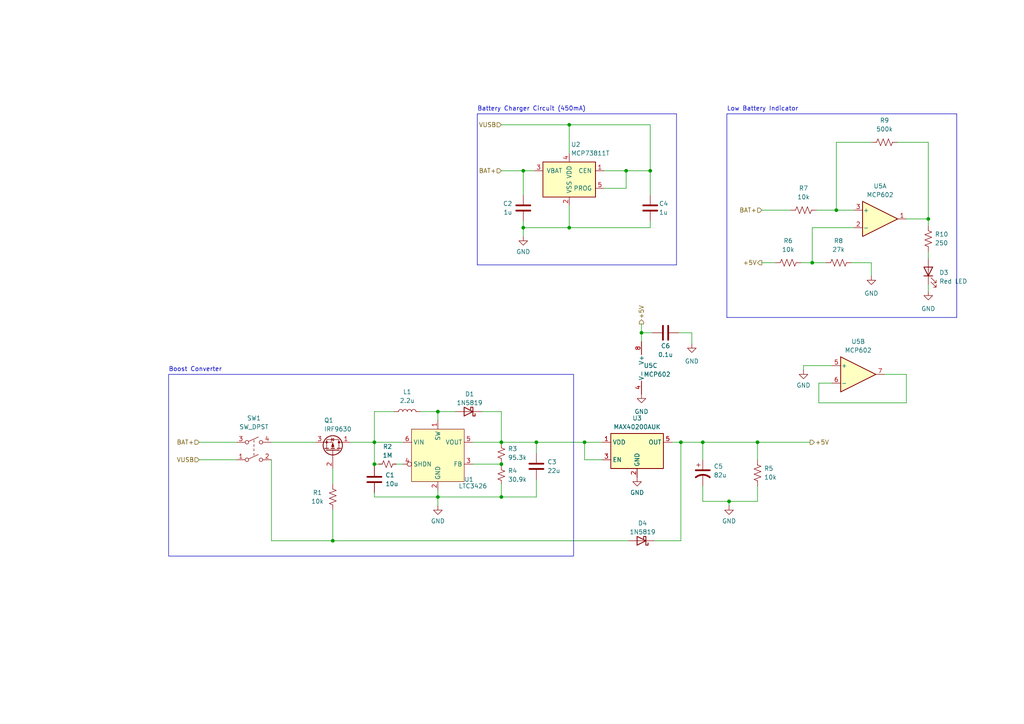
<source format=kicad_sch>
(kicad_sch (version 20230121) (generator eeschema)
  (paper "A4")
  (lib_symbols
    (symbol "Amplifier_Operational:MCP602" (pin_names (offset 0.127))
      (property "Reference" "U" (at 0 5.08 0))
      (property "Value" "MCP602" (at 0 -5.08 0))
      (symbol "MCP602_1_1"
        (polyline (pts (xy -5.08 5.08) (xy 5.08 0) (xy -5.08 -5.08) (xy -5.08 5.08)) (stroke (width 0.254)) (fill (type background)))
        (pin output line (at 7.62 0 180) (length 2.54) (name "~") (number "1"))
        (pin input line (at -7.62 -2.54 0) (length 2.54) (name "-") (number "2"))
        (pin input line (at -7.62 2.54 0) (length 2.54) (name "+") (number "3"))
      )
      (symbol "MCP602_2_1"
        (polyline (pts (xy -5.08 5.08) (xy 5.08 0) (xy -5.08 -5.08) (xy -5.08 5.08)) (stroke (width 0.254)) (fill (type background)))
        (pin input line (at -7.62 2.54 0) (length 2.54) (name "+") (number "5"))
        (pin input line (at -7.62 -2.54 0) (length 2.54) (name "-") (number "6"))
        (pin output line (at 7.62 0 180) (length 2.54) (name "~") (number "7"))
      )
      (symbol "MCP602_3_1"
        (pin power_in line (at -2.54 -7.62 90) (length 3.81) (name "V-") (number "4"))
        (pin power_in line (at -2.54 7.62 270) (length 3.81) (name "V+") (number "8"))
      )
    )
    (symbol "Analog_Switch:MAX40200AUK"
      (property "Reference" "U" (at -6.35 6.35 0))
      (property "Value" "MAX40200AUK" (at 7.62 6.35 0))
      (symbol "MAX40200AUK_1_1"
        (rectangle (start -7.62 -5.08) (end 7.62 5.08) (stroke (width 0.254)) (fill (type background)))
        (pin power_in line (at -10.16 2.54 0) (length 2.54) (name "VDD") (number "1"))
        (pin power_in line (at 0 -7.62 90) (length 2.54) (name "GND") (number "2"))
        (pin input line (at -10.16 -2.54 0) (length 2.54) (name "EN") (number "3"))
        (pin no_connect line (at 7.62 -2.54 180) (length 2.54) hide (name "NC") (number "4"))
        (pin passive line (at 10.16 2.54 180) (length 2.54) (name "OUT") (number "5"))
      )
    )
    (symbol "Battery_Management:MCP73811T-420I-OT" (pin_names (offset 1.016))
      (property "Reference" "U" (at -6.35 6.35 0))
      (property "Value" "MCP73811T-420I-OT" (at 1.27 6.35 0))
      (symbol "MCP73811T-420I-OT_0_1"
        (rectangle (start -7.62 5.08) (end 7.62 -5.08) (stroke (width 0.254)) (fill (type background)))
      )
      (symbol "MCP73811T-420I-OT_1_1"
        (pin input line (at -10.16 2.54 0) (length 2.54) (name "CEN") (number "1"))
        (pin power_in line (at 0 -7.62 90) (length 2.54) (name "VSS") (number "2"))
        (pin power_out line (at 10.16 2.54 180) (length 2.54) (name "VBAT") (number "3"))
        (pin power_in line (at 0 7.62 270) (length 2.54) (name "VDD") (number "4"))
        (pin input line (at -10.16 -2.54 0) (length 2.54) (name "PROG") (number "5"))
      )
    )
    (symbol "Device:C" (pin_numbers hide) (pin_names (offset 0.254))
      (property "Reference" "C" (at 0.635 2.54 0))
      (property "Value" "C" (at 0.635 -2.54 0))
      (symbol "C_0_1"
        (polyline (pts (xy -2.032 -0.762) (xy 2.032 -0.762)) (stroke (width 0.508)))
        (polyline (pts (xy -2.032 0.762) (xy 2.032 0.762)) (stroke (width 0.508)))
      )
      (symbol "C_1_1"
        (pin passive line (at 0 3.81 270) (length 2.794) (name "~") (number "1"))
        (pin passive line (at 0 -3.81 90) (length 2.794) (name "~") (number "2"))
      )
    )
    (symbol "Device:C_Polarized_US" (pin_numbers hide) (pin_names (offset 0.254) hide)
      (property "Reference" "C" (at 0.635 2.54 0))
      (property "Value" "C_Polarized_US" (at 0.635 -2.54 0))
      (symbol "C_Polarized_US_0_1"
        (polyline (pts (xy -2.032 0.762) (xy 2.032 0.762)) (stroke (width 0.508)))
        (polyline (pts (xy -1.778 2.286) (xy -0.762 2.286)))
        (polyline (pts (xy -1.27 1.778) (xy -1.27 2.794)))
        (arc (start 2.032 -1.27) (mid 0 -0.5572) (end -2.032 -1.27) (stroke (width 0.508)))
      )
      (symbol "C_Polarized_US_1_1"
        (pin passive line (at 0 3.81 270) (length 2.794) (name "~") (number "1"))
        (pin passive line (at 0 -3.81 90) (length 3.302) (name "~") (number "2"))
      )
    )
    (symbol "Device:D_Schottky" (pin_numbers hide) (pin_names (offset 1.016) hide)
      (property "Reference" "D" (at 0 2.54 0))
      (property "Value" "D_Schottky" (at 0 -2.54 0))
      (symbol "D_Schottky_0_1"
        (polyline (pts (xy 1.27 0) (xy -1.27 0)))
        (polyline (pts (xy 1.27 1.27) (xy 1.27 -1.27) (xy -1.27 0) (xy 1.27 1.27)) (stroke (width 0.254)))
        (polyline (pts (xy -1.905 0.635) (xy -1.905 1.27) (xy -1.27 1.27) (xy -1.27 -1.27) (xy -0.635 -1.27) (xy -0.635 -0.635)) (stroke (width 0.254)))
      )
      (symbol "D_Schottky_1_1"
        (pin passive line (at -3.81 0 0) (length 2.54) (name "K") (number "1"))
        (pin passive line (at 3.81 0 180) (length 2.54) (name "A") (number "2"))
      )
    )
    (symbol "Device:L" (pin_numbers hide) (pin_names (offset 1.016) hide)
      (property "Reference" "L" (at -1.27 0 90))
      (property "Value" "L" (at 1.905 0 90))
      (symbol "L_0_1"
        (arc (start 0 -2.54) (mid 0.6323 -1.905) (end 0 -1.27))
        (arc (start 0 -1.27) (mid 0.6323 -0.635) (end 0 0))
        (arc (start 0 0) (mid 0.6323 0.635) (end 0 1.27))
        (arc (start 0 1.27) (mid 0.6323 1.905) (end 0 2.54))
      )
      (symbol "L_1_1"
        (pin passive line (at 0 3.81 270) (length 1.27) (name "1") (number "1"))
        (pin passive line (at 0 -3.81 90) (length 1.27) (name "2") (number "2"))
      )
    )
    (symbol "Device:LED" (pin_numbers hide) (pin_names (offset 1.016) hide)
      (property "Reference" "D" (at 0 2.54 0))
      (property "Value" "LED" (at 0 -2.54 0))
      (symbol "LED_0_1"
        (polyline (pts (xy -1.27 -1.27) (xy -1.27 1.27)) (stroke (width 0.254)))
        (polyline (pts (xy -1.27 0) (xy 1.27 0)))
        (polyline (pts (xy 1.27 -1.27) (xy 1.27 1.27) (xy -1.27 0) (xy 1.27 -1.27)) (stroke (width 0.254)))
        (polyline (pts (xy -3.048 -0.762) (xy -4.572 -2.286) (xy -3.81 -2.286) (xy -4.572 -2.286) (xy -4.572 -1.524)))
        (polyline (pts (xy -1.778 -0.762) (xy -3.302 -2.286) (xy -2.54 -2.286) (xy -3.302 -2.286) (xy -3.302 -1.524)))
      )
      (symbol "LED_1_1"
        (pin passive line (at -3.81 0 0) (length 2.54) (name "K") (number "1"))
        (pin passive line (at 3.81 0 180) (length 2.54) (name "A") (number "2"))
      )
    )
    (symbol "Device:Q_PMOS_DGS" (pin_names (offset 0) hide)
      (property "Reference" "Q" (at 5.08 1.27 0))
      (property "Value" "Q_PMOS_DGS" (at 5.08 -1.27 0))
      (symbol "Q_PMOS_DGS_0_1"
        (polyline (pts (xy 0.254 0) (xy -2.54 0)))
        (polyline (pts (xy 0.254 1.905) (xy 0.254 -1.905)) (stroke (width 0.254)))
        (polyline (pts (xy 0.762 -1.27) (xy 0.762 -2.286)) (stroke (width 0.254)))
        (polyline (pts (xy 0.762 0.508) (xy 0.762 -0.508)) (stroke (width 0.254)))
        (polyline (pts (xy 0.762 2.286) (xy 0.762 1.27)) (stroke (width 0.254)))
        (polyline (pts (xy 2.54 2.54) (xy 2.54 1.778)))
        (polyline (pts (xy 2.54 -2.54) (xy 2.54 0) (xy 0.762 0)))
        (polyline (pts (xy 0.762 1.778) (xy 3.302 1.778) (xy 3.302 -1.778) (xy 0.762 -1.778)))
        (polyline (pts (xy 2.286 0) (xy 1.27 0.381) (xy 1.27 -0.381) (xy 2.286 0)) (fill (type outline)))
        (polyline (pts (xy 2.794 -0.508) (xy 2.921 -0.381) (xy 3.683 -0.381) (xy 3.81 -0.254)))
        (polyline (pts (xy 3.302 -0.381) (xy 2.921 0.254) (xy 3.683 0.254) (xy 3.302 -0.381)))
        (circle (center 1.651 0) (radius 2.794) (stroke (width 0.254)))
        (circle (center 2.54 -1.778) (radius 0.254) (fill (type outline)))
        (circle (center 2.54 1.778) (radius 0.254) (fill (type outline)))
      )
      (symbol "Q_PMOS_DGS_1_1"
        (pin passive line (at 2.54 5.08 270) (length 2.54) (name "D") (number "1"))
        (pin input line (at -5.08 0 0) (length 2.54) (name "G") (number "2"))
        (pin passive line (at 2.54 -5.08 90) (length 2.54) (name "S") (number "3"))
      )
    )
    (symbol "Device:R_Small_US" (pin_numbers hide) (pin_names (offset 0.254) hide)
      (property "Reference" "R" (at 0.762 0.508 0))
      (property "Value" "R_Small_US" (at 0.762 -1.016 0))
      (symbol "R_Small_US_1_1"
        (polyline (pts (xy 0 0) (xy 1.016 -0.381) (xy 0 -0.762) (xy -1.016 -1.143) (xy 0 -1.524)))
        (polyline (pts (xy 0 1.524) (xy 1.016 1.143) (xy 0 0.762) (xy -1.016 0.381) (xy 0 0)))
        (pin passive line (at 0 2.54 270) (length 1.016) (name "~") (number "1"))
        (pin passive line (at 0 -2.54 90) (length 1.016) (name "~") (number "2"))
      )
    )
    (symbol "Device:R_US" (pin_numbers hide) (pin_names (offset 0))
      (property "Reference" "R" (at 2.54 0 90))
      (property "Value" "R_US" (at -2.54 0 90))
      (symbol "R_US_0_1"
        (polyline (pts (xy 0 -2.286) (xy 0 -2.54)))
        (polyline (pts (xy 0 2.286) (xy 0 2.54)))
        (polyline (pts (xy 0 -0.762) (xy 1.016 -1.143) (xy 0 -1.524) (xy -1.016 -1.905) (xy 0 -2.286)))
        (polyline (pts (xy 0 0.762) (xy 1.016 0.381) (xy 0 0) (xy -1.016 -0.381) (xy 0 -0.762)))
        (polyline (pts (xy 0 2.286) (xy 1.016 1.905) (xy 0 1.524) (xy -1.016 1.143) (xy 0 0.762)))
      )
      (symbol "R_US_1_1"
        (pin passive line (at 0 3.81 270) (length 1.27) (name "~") (number "1"))
        (pin passive line (at 0 -3.81 90) (length 1.27) (name "~") (number "2"))
      )
    )
    (symbol "GAINS_PCB_SYMBOLS:LTC3426"
      (property "Reference" "U202" (at 2.1941 9.525 0))
      (property "Value" "LTC3426" (at 0 0 0))
      (symbol "LTC3426_1_1"
        (rectangle (start -7.62 7.62) (end 7.62 -7.62) (fill (type background)))
        (pin input line (at 0 10.16 270) (length 2.54) (name "SW") (number "1"))
        (pin passive line (at 0 -10.16 90) (length 2.54) (name "GND") (number "2"))
        (pin input line (at 10.16 -2.54 180) (length 2.54) (name "FB") (number "3"))
        (pin input inverted (at -10.16 -2.54 0) (length 2.54) (name "SHDN") (number "4"))
        (pin input line (at 10.16 3.81 180) (length 2.54) (name "VOUT") (number "5"))
        (pin power_in line (at -10.16 3.81 0) (length 2.54) (name "VIN") (number "6"))
      )
    )
    (symbol "GND_1" (power) (pin_names (offset 0))
      (property "Value" "GND_1" (at 0 -3.81 0))
      (symbol "GND_1_0_1"
        (polyline (pts (xy 0 0) (xy 0 -1.27) (xy 1.27 -1.27) (xy 0 -2.54) (xy -1.27 -1.27) (xy 0 -1.27)))
      )
      (symbol "GND_1_1_1"
        (pin power_in line (at 0 0 270) (length 0) hide (name "GND") (number "1"))
      )
    )
    (symbol "GND_2" (power) (pin_names (offset 0))
      (property "Value" "GND_2" (at 0 -3.81 0))
      (symbol "GND_2_0_1"
        (polyline (pts (xy 0 0) (xy 0 -1.27) (xy 1.27 -1.27) (xy 0 -2.54) (xy -1.27 -1.27) (xy 0 -1.27)))
      )
      (symbol "GND_2_1_1"
        (pin power_in line (at 0 0 270) (length 0) hide (name "GND") (number "1"))
      )
    )
    (symbol "GND_3" (power) (pin_names (offset 0))
      (property "Value" "GND_3" (at 0 -3.81 0))
      (symbol "GND_3_0_1"
        (polyline (pts (xy 0 0) (xy 0 -1.27) (xy 1.27 -1.27) (xy 0 -2.54) (xy -1.27 -1.27) (xy 0 -1.27)))
      )
      (symbol "GND_3_1_1"
        (pin power_in line (at 0 0 270) (length 0) hide (name "GND") (number "1"))
      )
    )
    (symbol "GND_4" (power) (pin_names (offset 0))
      (property "Value" "GND_4" (at 0 -3.81 0))
      (symbol "GND_4_0_1"
        (polyline (pts (xy 0 0) (xy 0 -1.27) (xy 1.27 -1.27) (xy 0 -2.54) (xy -1.27 -1.27) (xy 0 -1.27)))
      )
      (symbol "GND_4_1_1"
        (pin power_in line (at 0 0 270) (length 0) hide (name "GND") (number "1"))
      )
    )
    (symbol "Switch:SW_DPST" (pin_names (offset 0) hide)
      (property "Reference" "SW1" (at 0 9.525 0))
      (property "Value" "SW_DPST" (at 0 6.985 0))
      (symbol "SW_DPST_0_0"
        (circle (center -2.032 -2.54) (radius 0.508))
        (circle (center -2.032 2.54) (radius 0.508))
        (polyline (pts (xy -1.524 -2.286) (xy 1.27 -1.016)))
        (polyline (pts (xy -1.524 2.794) (xy 1.27 4.064)))
        (polyline (pts (xy 0 -1.27) (xy 0 -0.635)))
        (polyline (pts (xy 0 0) (xy 0 0.635)))
        (polyline (pts (xy 0 1.27) (xy 0 1.905)))
        (polyline (pts (xy 0 2.54) (xy 0 3.175)))
        (circle (center 2.032 -2.54) (radius 0.508))
        (circle (center 2.032 2.54) (radius 0.508))
      )
      (symbol "SW_DPST_1_1"
        (pin passive line (at -5.08 -2.54 0) (length 2.54) (name "1") (number "1"))
        (pin passive line (at 5.08 -2.54 180) (length 2.54) (name "2") (number "2"))
        (pin passive line (at -5.08 2.54 0) (length 2.54) (name "3") (number "3"))
        (pin passive line (at 5.08 2.54 180) (length 2.54) (name "4") (number "4"))
        (pin no_connect line (at -5.08 -6.35 0) (length 2.54) hide (name "") (number "5"))
        (pin no_connect line (at 5.08 -6.35 180) (length 2.54) hide (name "") (number "6"))
      )
    )
    (symbol "power:GND" (power) (pin_names (offset 0))
      (property "Value" "GND" (at 0 -3.81 0))
      (symbol "GND_0_1"
        (polyline (pts (xy 0 0) (xy 0 -1.27) (xy 1.27 -1.27) (xy 0 -2.54) (xy -1.27 -1.27) (xy 0 -1.27)))
      )
      (symbol "GND_1_1"
        (pin power_in line (at 0 0 270) (length 0) hide (name "GND") (number "1"))
      )
    )
  )
  (junction (at 127 144.145))
  (junction (at 151.765 66.04))
  (junction (at 165.1 36.195))
  (junction (at 145.415 144.145))
  (junction (at 219.71 128.27))
  (junction (at 235.585 76.2))
  (junction (at 169.545 128.27))
  (junction (at 242.57 60.96))
  (junction (at 127 119.38))
  (junction (at 203.835 128.27))
  (junction (at 211.455 145.415))
  (junction (at 151.765 49.53))
  (junction (at 145.415 134.62))
  (junction (at 181.61 49.53))
  (junction (at 108.585 134.62))
  (junction (at 155.575 128.27))
  (junction (at 108.585 128.27))
  (junction (at 145.415 128.27))
  (junction (at 96.52 156.845))
  (junction (at 165.1 66.04))
  (junction (at 186.055 96.52))
  (junction (at 269.24 63.5))
  (junction (at 188.595 49.53))
  (junction (at 197.485 128.27))
  (polyline (pts (xy 277.495 33.02) (xy 277.495 92.075)))
  (wire (pts (xy 252.73 76.2) (xy 252.73 80.01)))
  (wire (pts (xy 108.585 142.875) (xy 108.585 144.145)))
  (wire (pts (xy 189.865 156.845) (xy 197.485 156.845)))
  (wire (pts (xy 237.49 111.125) (xy 237.49 116.84)))
  (wire (pts (xy 155.575 144.145) (xy 145.415 144.145)))
  (wire (pts (xy 181.61 49.53) (xy 181.61 54.61)))
  (wire (pts (xy 165.1 66.04) (xy 188.595 66.04)))
  (wire (pts (xy 219.71 140.97) (xy 219.71 145.415)))
  (wire (pts (xy 241.3 111.125) (xy 237.49 111.125)))
  (wire (pts (xy 145.415 144.145) (xy 127 144.145)))
  (wire (pts (xy 262.89 108.585) (xy 256.54 108.585)))
  (wire (pts (xy 174.625 128.27) (xy 169.545 128.27)))
  (wire (pts (xy 121.92 119.38) (xy 127 119.38)))
  (wire (pts (xy 108.585 144.145) (xy 127 144.145)))
  (wire (pts (xy 151.765 64.135) (xy 151.765 66.04)))
  (wire (pts (xy 211.455 145.415) (xy 211.455 146.685)))
  (wire (pts (xy 186.055 96.52) (xy 186.055 99.06)))
  (wire (pts (xy 242.57 60.96) (xy 247.65 60.96)))
  (wire (pts (xy 155.575 139.065) (xy 155.575 144.145)))
  (wire (pts (xy 169.545 128.27) (xy 169.545 133.35)))
  (wire (pts (xy 155.575 128.27) (xy 155.575 131.445)))
  (wire (pts (xy 78.74 133.35) (xy 78.74 156.845)))
  (wire (pts (xy 108.585 134.62) (xy 109.855 134.62)))
  (wire (pts (xy 252.73 41.275) (xy 242.57 41.275)))
  (wire (pts (xy 242.57 41.275) (xy 242.57 60.96)))
  (polyline (pts (xy 196.215 33.02) (xy 196.215 76.835)))
  (wire (pts (xy 155.575 128.27) (xy 145.415 128.27)))
  (wire (pts (xy 203.835 128.27) (xy 219.71 128.27)))
  (wire (pts (xy 186.055 93.98) (xy 186.055 96.52)))
  (wire (pts (xy 145.415 128.27) (xy 145.415 128.905)))
  (wire (pts (xy 145.415 36.195) (xy 165.1 36.195)))
  (wire (pts (xy 78.74 156.845) (xy 96.52 156.845)))
  (wire (pts (xy 181.61 49.53) (xy 188.595 49.53)))
  (wire (pts (xy 203.835 128.27) (xy 203.835 133.35)))
  (wire (pts (xy 262.89 63.5) (xy 269.24 63.5)))
  (wire (pts (xy 188.595 64.135) (xy 188.595 66.04)))
  (wire (pts (xy 237.49 116.84) (xy 262.89 116.84)))
  (wire (pts (xy 175.26 49.53) (xy 181.61 49.53)))
  (wire (pts (xy 235.585 76.2) (xy 239.395 76.2)))
  (wire (pts (xy 145.415 133.985) (xy 145.415 134.62)))
  (wire (pts (xy 219.71 128.27) (xy 234.95 128.27)))
  (polyline (pts (xy 138.43 33.02) (xy 138.43 76.835)))
  (wire (pts (xy 57.785 133.35) (xy 68.58 133.35)))
  (wire (pts (xy 165.1 36.195) (xy 165.1 44.45)))
  (wire (pts (xy 114.935 134.62) (xy 116.84 134.62)))
  (polyline (pts (xy 196.215 76.835) (xy 138.43 76.835)))
  (wire (pts (xy 233.045 106.045) (xy 241.3 106.045)))
  (wire (pts (xy 108.585 128.27) (xy 108.585 134.62)))
  (wire (pts (xy 189.23 96.52) (xy 186.055 96.52)))
  (wire (pts (xy 137.16 128.27) (xy 145.415 128.27)))
  (wire (pts (xy 188.595 49.53) (xy 188.595 56.515)))
  (wire (pts (xy 200.66 96.52) (xy 200.66 99.695)))
  (wire (pts (xy 96.52 135.89) (xy 96.52 140.335)))
  (wire (pts (xy 220.98 76.2) (xy 224.79 76.2)))
  (wire (pts (xy 96.52 147.955) (xy 96.52 156.845)))
  (wire (pts (xy 220.98 60.96) (xy 229.235 60.96)))
  (wire (pts (xy 151.765 66.04) (xy 151.765 68.58)))
  (wire (pts (xy 108.585 119.38) (xy 108.585 128.27)))
  (wire (pts (xy 196.85 96.52) (xy 200.66 96.52)))
  (wire (pts (xy 127 144.145) (xy 127 146.685)))
  (wire (pts (xy 145.415 134.62) (xy 145.415 135.255)))
  (wire (pts (xy 127 119.38) (xy 132.08 119.38)))
  (wire (pts (xy 145.415 134.62) (xy 137.16 134.62)))
  (wire (pts (xy 145.415 119.38) (xy 145.415 128.27)))
  (wire (pts (xy 236.855 60.96) (xy 242.57 60.96)))
  (polyline (pts (xy 210.82 92.075) (xy 210.82 33.02)))
  (wire (pts (xy 57.785 128.27) (xy 68.58 128.27)))
  (wire (pts (xy 203.835 140.97) (xy 203.835 145.415)))
  (wire (pts (xy 127 119.38) (xy 127 121.92)))
  (wire (pts (xy 174.625 133.35) (xy 169.545 133.35)))
  (wire (pts (xy 188.595 36.195) (xy 188.595 49.53)))
  (wire (pts (xy 232.41 76.2) (xy 235.585 76.2)))
  (wire (pts (xy 235.585 66.04) (xy 235.585 76.2)))
  (wire (pts (xy 151.765 49.53) (xy 151.765 56.515)))
  (wire (pts (xy 194.945 128.27) (xy 197.485 128.27)))
  (wire (pts (xy 269.24 73.025) (xy 269.24 74.93)))
  (wire (pts (xy 108.585 134.62) (xy 108.585 135.255)))
  (wire (pts (xy 96.52 156.845) (xy 182.245 156.845)))
  (wire (pts (xy 262.89 116.84) (xy 262.89 108.585)))
  (wire (pts (xy 269.24 82.55) (xy 269.24 84.455)))
  (polyline (pts (xy 277.495 92.075) (xy 210.82 92.075)))
  (wire (pts (xy 127 142.24) (xy 127 144.145)))
  (wire (pts (xy 219.71 145.415) (xy 211.455 145.415)))
  (wire (pts (xy 108.585 128.27) (xy 116.84 128.27)))
  (wire (pts (xy 145.415 49.53) (xy 151.765 49.53)))
  (wire (pts (xy 260.35 41.275) (xy 269.24 41.275)))
  (polyline (pts (xy 138.43 33.02) (xy 196.215 33.02)))
  (wire (pts (xy 145.415 140.335) (xy 145.415 144.145)))
  (wire (pts (xy 197.485 128.27) (xy 203.835 128.27)))
  (wire (pts (xy 247.65 66.04) (xy 235.585 66.04)))
  (wire (pts (xy 165.1 36.195) (xy 188.595 36.195)))
  (wire (pts (xy 269.24 63.5) (xy 269.24 65.405)))
  (wire (pts (xy 78.74 128.27) (xy 91.44 128.27)))
  (wire (pts (xy 165.1 59.69) (xy 165.1 66.04)))
  (wire (pts (xy 197.485 156.845) (xy 197.485 128.27)))
  (wire (pts (xy 165.1 66.04) (xy 151.765 66.04)))
  (wire (pts (xy 151.765 49.53) (xy 154.94 49.53)))
  (wire (pts (xy 247.015 76.2) (xy 252.73 76.2)))
  (wire (pts (xy 139.7 119.38) (xy 145.415 119.38)))
  (wire (pts (xy 175.26 54.61) (xy 181.61 54.61)))
  (wire (pts (xy 211.455 145.415) (xy 203.835 145.415)))
  (wire (pts (xy 101.6 128.27) (xy 108.585 128.27)))
  (wire (pts (xy 219.71 128.27) (xy 219.71 133.35)))
  (polyline (pts (xy 210.82 33.02) (xy 277.495 33.02)))
  (wire (pts (xy 169.545 128.27) (xy 155.575 128.27)))
  (wire (pts (xy 269.24 41.275) (xy 269.24 63.5)))
  (wire (pts (xy 233.045 107.315) (xy 233.045 106.045)))
  (wire (pts (xy 114.3 119.38) (xy 108.585 119.38)))
  (rectangle (start 48.895 108.585) (end 166.37 161.29))
  (text "Battery Charger Circuit (450mA)" (at 138.43 32.385 0) (effects (font (size 1.27 1.27)) (justify left bottom)))
  (text "Low Battery Indicator" (at 210.82 32.385 0) (effects (font (size 1.27 1.27)) (justify left bottom)))
  (text "Boost Converter" (at 48.895 107.95 0) (effects (font (size 1.27 1.27)) (justify left bottom)))
  (hierarchical_label "VUSB" (shape input) (at 57.785 133.35 180))
  (hierarchical_label "VUSB" (shape input) (at 145.415 36.195 180))
  (hierarchical_label "+5V" (shape output) (at 234.95 128.27 0))
  (hierarchical_label "+5V" (shape output) (at 220.98 76.2 180))
  (hierarchical_label "BAT+" (shape input) (at 145.415 49.53 180))
  (hierarchical_label "BAT+" (shape input) (at 220.98 60.96 180))
  (hierarchical_label "+5V" (shape output) (at 186.055 93.98 90))
  (hierarchical_label "BAT+" (shape input) (at 57.785 128.27 180))
  (symbol (lib_id "power:GND") (at 269.24 84.455 0) (unit 1)
    (property "Reference" "#PWR07" (effects hide))
    (property "Value" "GND" (at 269.24 89.535 0))
  )
  (symbol (lib_id "Device:R_US") (at 233.045 60.96 90) (unit 1)
    (property "Reference" "R7" (at 233.045 54.61 90))
    (property "Value" "10k" (at 233.045 57.15 90))
    (property "Footprint" "Resistor_SMD:R_0805_2012Metric_Pad1.20x1.40mm_HandSolder" (effects hide))
  )
  (symbol (lib_id "Device:L") (at 118.11 119.38 90) (unit 1)
    (property "Reference" "L1" (at 118.11 113.665 90))
    (property "Value" "2.2u" (at 118.11 116.205 90))
    (property "Footprint" "Inductor_THT:L_Radial_D9.5mm_P5.00mm_Fastron_07HVP" (effects hide))
  )
  (symbol (lib_id "Device:R_Small_US") (at 145.415 131.445 0) (unit 1)
    (property "Reference" "R3" (at 147.32 130.175 0) (effects (justify left)))
    (property "Value" "95.3k" (at 147.32 132.715 0) (effects (justify left)))
    (property "Footprint" "Resistor_SMD:R_0805_2012Metric_Pad1.20x1.40mm_HandSolder" (effects hide))
  )
  (symbol (lib_id "Device:R_US") (at 96.52 144.145 180) (unit 1)
    (property "Reference" "R1" (at 92.075 142.875 0))
    (property "Value" "10k" (at 92.075 145.415 0))
    (property "Footprint" "Resistor_SMD:R_0805_2012Metric_Pad1.20x1.40mm_HandSolder" (effects hide))
  )
  (symbol (lib_id "Device:C") (at 188.595 60.325 0) (mirror y) (unit 1)
    (property "Reference" "C4" (at 191.135 59.055 0) (effects (justify right)))
    (property "Value" "1u" (at 191.135 61.595 0) (effects (justify right)))
    (property "Footprint" "Capacitor_SMD:C_0805_2012Metric_Pad1.18x1.45mm_HandSolder" (effects hide))
  )
  (symbol (lib_id "power:GND") (at 211.455 146.685 0) (unit 1)
    (property "Reference" "#PWR04" (effects hide))
    (property "Value" "GND" (at 211.455 151.13 0))
  )
  (symbol (lib_name "GND_4") (lib_id "power:GND") (at 233.045 107.315 0) (unit 1)
    (property "Reference" "#PWR09" (effects hide))
    (property "Value" "GND" (at 233.045 111.76 0))
  )
  (symbol (lib_id "Device:Q_PMOS_DGS") (at 96.52 130.81 270) (mirror x) (unit 1)
    (property "Reference" "Q1" (at 93.98 121.92 90) (effects (justify left)))
    (property "Value" "IRF9630" (at 93.98 124.46 90) (effects (justify left)))
    (property "Footprint" "Package_TO_SOT_THT:TO-220-3_Vertical" (effects hide))
  )
  (symbol (lib_id "power:GND") (at 151.765 68.58 0) (mirror y) (unit 1)
    (property "Reference" "#PWR02" (effects hide))
    (property "Value" "GND" (at 151.765 73.025 0))
  )
  (symbol (lib_name "GND_2") (lib_id "power:GND") (at 184.785 138.43 0) (unit 1)
    (property "Reference" "#PWR03" (effects hide))
    (property "Value" "GND" (at 184.785 142.875 0))
  )
  (symbol (lib_id "Amplifier_Operational:MCP602") (at 188.595 106.68 0) (unit 3)
    (property "Reference" "U5" (at 186.69 106.045 0) (effects (justify left)))
    (property "Value" "MCP602" (at 186.69 108.585 0) (effects (justify left)))
    (property "Footprint" "Package_DIP:DIP-8_W7.62mm" (effects hide))
    (property "Datasheet" "http://ww1.microchip.com/downloads/en/DeviceDoc/21314g.pdf" (effects hide))
  )
  (symbol (lib_id "power:GND") (at 200.66 99.695 0) (unit 1)
    (property "Reference" "#PWR06" (effects hide))
    (property "Value" "GND" (at 200.66 104.775 0))
  )
  (symbol (lib_id "Device:C") (at 151.765 60.325 0) (mirror y) (unit 1)
    (property "Reference" "C2" (at 148.59 59.0549 0) (effects (justify left)))
    (property "Value" "1u" (at 148.59 61.5949 0) (effects (justify left)))
    (property "Footprint" "Capacitor_SMD:C_0805_2012Metric_Pad1.18x1.45mm_HandSolder" (effects hide))
  )
  (symbol (lib_id "Amplifier_Operational:MCP602") (at 255.27 63.5 0) (unit 1)
    (property "Reference" "U5" (at 255.27 53.975 0))
    (property "Value" "MCP602" (at 255.27 56.515 0))
    (property "Footprint" "Package_DIP:DIP-8_W7.62mm" (effects hide))
    (property "Datasheet" "http://ww1.microchip.com/downloads/en/DeviceDoc/21314g.pdf" (effects hide))
  )
  (symbol (lib_id "Device:R_US") (at 219.71 137.16 0) (unit 1)
    (property "Reference" "R5" (at 221.615 135.8899 0) (effects (justify left)))
    (property "Value" "10k" (at 221.615 138.4299 0) (effects (justify left)))
    (property "Footprint" "Resistor_SMD:R_0805_2012Metric_Pad1.20x1.40mm_HandSolder" (effects hide))
  )
  (symbol (lib_name "GND_1") (lib_id "power:GND") (at 127 146.685 0) (unit 1)
    (property "Reference" "#PWR01" (effects hide))
    (property "Value" "GND" (at 127 151.13 0))
  )
  (symbol (lib_id "power:GND") (at 186.055 114.3 0) (unit 1)
    (property "Reference" "#PWR05" (effects hide))
    (property "Value" "GND" (at 186.055 119.38 0))
  )
  (symbol (lib_id "Device:C") (at 108.585 139.065 0) (unit 1)
    (property "Reference" "C1" (at 111.76 137.795 0) (effects (justify left)))
    (property "Value" "10u" (at 111.76 140.335 0) (effects (justify left)))
    (property "Footprint" "Capacitor_SMD:C_0805_2012Metric_Pad1.18x1.45mm_HandSolder" (effects hide))
  )
  (symbol (lib_id "Amplifier_Operational:MCP602") (at 248.92 108.585 0) (unit 2)
    (property "Reference" "U5" (at 248.92 99.06 0))
    (property "Value" "MCP602" (at 248.92 101.6 0))
    (property "Footprint" "Package_DIP:DIP-8_W7.62mm" (effects hide))
    (property "Datasheet" "http://ww1.microchip.com/downloads/en/DeviceDoc/21314g.pdf" (effects hide))
  )
  (symbol (lib_id "Device:R_Small_US") (at 145.415 137.795 0) (unit 1)
    (property "Reference" "R4" (at 147.32 136.525 0) (effects (justify left)))
    (property "Value" "30.9k" (at 147.32 139.065 0) (effects (justify left)))
    (property "Footprint" "Resistor_SMD:R_0805_2012Metric_Pad1.20x1.40mm_HandSolder" (effects hide))
  )
  (symbol (lib_id "Device:R_US") (at 228.6 76.2 90) (unit 1)
    (property "Reference" "R6" (at 228.6 69.85 90))
    (property "Value" "10k" (at 228.6 72.39 90))
    (property "Footprint" "Resistor_SMD:R_0805_2012Metric_Pad1.20x1.40mm_HandSolder" (effects hide))
  )
  (symbol (lib_id "Device:D_Schottky") (at 135.89 119.38 180) (unit 1)
    (property "Reference" "D1" (at 136.2075 114.3 0))
    (property "Value" "1N5819" (at 136.2075 116.84 0))
    (property "Footprint" "Diode_THT:D_DO-41_SOD81_P10.16mm_Horizontal" (effects hide))
  )
  (symbol (lib_id "Analog_Switch:MAX40200AUK") (at 184.785 130.81 0) (unit 1)
    (property "Reference" "U3" (at 184.785 121.285 0))
    (property "Value" "MAX40200AUK" (at 184.785 123.825 0))
    (property "Footprint" "Package_TO_SOT_SMD:SOT-23-5_HandSoldering" (effects hide))
    (property "Datasheet" "https://datasheets.maximintegrated.com/en/ds/MAX40200.pdf" (effects hide))
  )
  (symbol (lib_id "Device:LED") (at 269.24 78.74 90) (unit 1)
    (property "Reference" "D3" (at 272.415 79.0574 90) (effects (justify right)))
    (property "Value" "Red LED" (at 272.415 81.5974 90) (effects (justify right)))
    (property "Footprint" "LED_THT:LED_D5.0mm" (effects hide))
  )
  (symbol (lib_id "Device:R_US") (at 269.24 69.215 0) (unit 1)
    (property "Reference" "R10" (at 271.145 67.9449 0) (effects (justify left)))
    (property "Value" "250" (at 271.145 70.4849 0) (effects (justify left)))
    (property "Footprint" "Resistor_SMD:R_0805_2012Metric_Pad1.20x1.40mm_HandSolder" (effects hide))
  )
  (symbol (lib_id "Battery_Management:MCP73811T-420I-OT") (at 165.1 52.07 0) (mirror y) (unit 1)
    (property "Reference" "U2" (at 165.6206 41.91 0) (effects (justify right)))
    (property "Value" "MCP73811T" (at 165.6206 44.45 0) (effects (justify right)))
    (property "Footprint" "Package_TO_SOT_SMD:SOT-23-5_HandSoldering" (effects hide))
    (property "Datasheet" "http://ww1.microchip.com/downloads/en/DeviceDoc/22036b.pdf" (effects hide))
  )
  (symbol (lib_id "Switch:SW_DPST") (at 73.66 130.81 0) (unit 1)
    (property "Reference" "SW1" (at 73.66 121.285 0))
    (property "Value" "SW_DPST" (at 73.66 123.825 0))
    (property "Footprint" "GAINS_FOOTPRINTS:Power Switch" (effects hide))
  )
  (symbol (lib_id "Device:C") (at 155.575 135.255 0) (unit 1)
    (property "Reference" "C3" (at 158.75 133.985 0) (effects (justify left)))
    (property "Value" "22u" (at 158.75 136.525 0) (effects (justify left)))
    (property "Footprint" "Capacitor_SMD:C_0805_2012Metric_Pad1.18x1.45mm_HandSolder" (effects hide))
  )
  (symbol (lib_id "Device:D_Schottky") (at 186.055 156.845 180) (unit 1)
    (property "Reference" "D4" (at 186.3725 151.765 0))
    (property "Value" "1N5819" (at 186.3725 154.305 0))
    (property "Footprint" "Diode_THT:D_DO-41_SOD81_P10.16mm_Horizontal" (effects hide))
  )
  (symbol (lib_id "Device:R_US") (at 256.54 41.275 90) (unit 1)
    (property "Reference" "R9" (at 256.54 34.925 90))
    (property "Value" "500k" (at 256.54 37.465 90))
    (property "Footprint" "Resistor_SMD:R_0805_2012Metric_Pad1.20x1.40mm_HandSolder" (effects hide))
  )
  (symbol (lib_id "Device:R_Small_US") (at 112.395 134.62 90) (unit 1)
    (property "Reference" "R2" (at 112.395 129.54 90))
    (property "Value" "1M" (at 112.395 132.08 90))
    (property "Footprint" "Resistor_SMD:R_0805_2012Metric_Pad1.20x1.40mm_HandSolder" (effects hide))
  )
  (symbol (lib_id "GAINS_PCB_SYMBOLS:LTC3426") (at 127 132.08 0) (unit 1)
    (property "Reference" "U1" (at 134.62 139.065 0) (effects (justify left)))
    (property "Value" "LTC3426" (at 137.16 140.97 0))
    (property "Footprint" "Package_TO_SOT_SMD:TSOT-23-6_HandSoldering" (effects hide))
    (property "Datasheet" "https://www.analog.com/media/en/technical-documentation/data-sheets/3426fb.pdf" (effects hide))
  )
  (symbol (lib_id "Device:C_Polarized_US") (at 203.835 137.16 0) (unit 1)
    (property "Reference" "C5" (at 207.01 135.2549 0) (effects (justify left)))
    (property "Value" "82u" (at 207.01 137.7949 0) (effects (justify left)))
    (property "Footprint" "Capacitor_THT:CP_Radial_D5.0mm_P2.00mm" (effects hide))
  )
  (symbol (lib_name "GND_3") (lib_id "power:GND") (at 252.73 80.01 0) (unit 1)
    (property "Reference" "#PWR08" (effects hide))
    (property "Value" "GND" (at 252.73 85.09 0))
  )
  (symbol (lib_id "Device:R_US") (at 243.205 76.2 90) (unit 1)
    (property "Reference" "R8" (at 243.205 69.85 90))
    (property "Value" "27k" (at 243.205 72.39 90))
    (property "Footprint" "Resistor_SMD:R_0805_2012Metric_Pad1.20x1.40mm_HandSolder" (effects hide))
  )
  (symbol (lib_id "Device:C") (at 193.04 96.52 90) (unit 1)
    (property "Reference" "C6" (at 193.04 100.33 90))
    (property "Value" "0.1u" (at 193.04 102.87 90))
    (property "Footprint" "Capacitor_SMD:C_0805_2012Metric_Pad1.18x1.45mm_HandSolder" (effects hide))
  )
)
</source>
